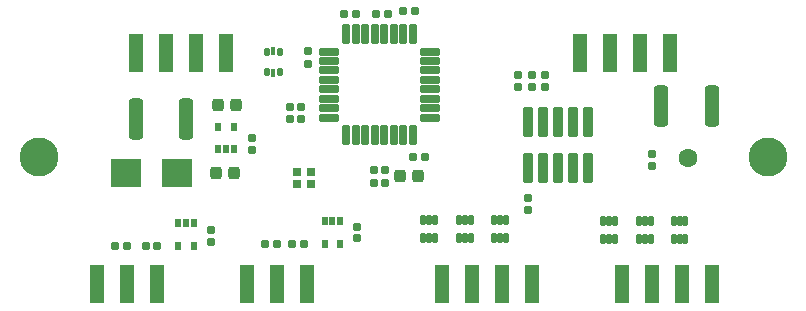
<source format=gbr>
%TF.GenerationSoftware,KiCad,Pcbnew,(6.0.6)*%
%TF.CreationDate,2022-08-13T21:50:17-05:00*%
%TF.ProjectId,usb-led-controller,7573622d-6c65-4642-9d63-6f6e74726f6c,rev?*%
%TF.SameCoordinates,Original*%
%TF.FileFunction,Soldermask,Top*%
%TF.FilePolarity,Negative*%
%FSLAX46Y46*%
G04 Gerber Fmt 4.6, Leading zero omitted, Abs format (unit mm)*
G04 Created by KiCad (PCBNEW (6.0.6)) date 2022-08-13 21:50:17*
%MOMM*%
%LPD*%
G01*
G04 APERTURE LIST*
G04 Aperture macros list*
%AMRoundRect*
0 Rectangle with rounded corners*
0 $1 Rounding radius*
0 $2 $3 $4 $5 $6 $7 $8 $9 X,Y pos of 4 corners*
0 Add a 4 corners polygon primitive as box body*
4,1,4,$2,$3,$4,$5,$6,$7,$8,$9,$2,$3,0*
0 Add four circle primitives for the rounded corners*
1,1,$1+$1,$2,$3*
1,1,$1+$1,$4,$5*
1,1,$1+$1,$6,$7*
1,1,$1+$1,$8,$9*
0 Add four rect primitives between the rounded corners*
20,1,$1+$1,$2,$3,$4,$5,0*
20,1,$1+$1,$4,$5,$6,$7,0*
20,1,$1+$1,$6,$7,$8,$9,0*
20,1,$1+$1,$8,$9,$2,$3,0*%
G04 Aperture macros list end*
%ADD10RoundRect,0.190000X0.140000X0.170000X-0.140000X0.170000X-0.140000X-0.170000X0.140000X-0.170000X0*%
%ADD11RoundRect,0.050000X-0.510000X-1.585000X0.510000X-1.585000X0.510000X1.585000X-0.510000X1.585000X0*%
%ADD12RoundRect,0.197500X-0.147500X-0.172500X0.147500X-0.172500X0.147500X0.172500X-0.147500X0.172500X0*%
%ADD13RoundRect,0.050000X-0.200000X0.325000X-0.200000X-0.325000X0.200000X-0.325000X0.200000X0.325000X0*%
%ADD14C,3.300000*%
%ADD15RoundRect,0.050000X0.187500X-0.250000X0.187500X0.250000X-0.187500X0.250000X-0.187500X-0.250000X0*%
%ADD16RoundRect,0.050000X0.150000X-0.325000X0.150000X0.325000X-0.150000X0.325000X-0.150000X-0.325000X0*%
%ADD17RoundRect,0.190000X0.170000X-0.140000X0.170000X0.140000X-0.170000X0.140000X-0.170000X-0.140000X0*%
%ADD18RoundRect,0.185000X0.135000X0.185000X-0.135000X0.185000X-0.135000X-0.185000X0.135000X-0.185000X0*%
%ADD19RoundRect,0.050000X1.250000X1.150000X-1.250000X1.150000X-1.250000X-1.150000X1.250000X-1.150000X0*%
%ADD20RoundRect,0.300000X0.312500X1.450000X-0.312500X1.450000X-0.312500X-1.450000X0.312500X-1.450000X0*%
%ADD21RoundRect,0.050000X-0.170000X0.350000X-0.170000X-0.350000X0.170000X-0.350000X0.170000X0.350000X0*%
%ADD22RoundRect,0.050000X0.510000X1.585000X-0.510000X1.585000X-0.510000X-1.585000X0.510000X-1.585000X0*%
%ADD23RoundRect,0.197500X0.172500X-0.147500X0.172500X0.147500X-0.172500X0.147500X-0.172500X-0.147500X0*%
%ADD24RoundRect,0.275000X-0.225000X-0.250000X0.225000X-0.250000X0.225000X0.250000X-0.225000X0.250000X0*%
%ADD25RoundRect,0.197500X0.147500X0.172500X-0.147500X0.172500X-0.147500X-0.172500X0.147500X-0.172500X0*%
%ADD26RoundRect,0.050000X0.800000X0.275000X-0.800000X0.275000X-0.800000X-0.275000X0.800000X-0.275000X0*%
%ADD27RoundRect,0.050000X-0.275000X0.800000X-0.275000X-0.800000X0.275000X-0.800000X0.275000X0.800000X0*%
%ADD28RoundRect,0.185000X-0.135000X-0.185000X0.135000X-0.185000X0.135000X0.185000X-0.135000X0.185000X0*%
%ADD29RoundRect,0.050000X0.200000X-0.325000X0.200000X0.325000X-0.200000X0.325000X-0.200000X-0.325000X0*%
%ADD30RoundRect,0.185000X0.185000X-0.135000X0.185000X0.135000X-0.185000X0.135000X-0.185000X-0.135000X0*%
%ADD31C,1.600000*%
%ADD32RoundRect,0.050000X-0.380000X-1.200000X0.380000X-1.200000X0.380000X1.200000X-0.380000X1.200000X0*%
%ADD33RoundRect,0.185000X-0.185000X0.135000X-0.185000X-0.135000X0.185000X-0.135000X0.185000X0.135000X0*%
G04 APERTURE END LIST*
D10*
%TO.C,C4*%
X163460000Y-115100000D03*
X162500000Y-115100000D03*
%TD*%
D11*
%TO.C,J2*%
X179990000Y-105200000D03*
X182530000Y-105200000D03*
X185070000Y-105200000D03*
X187610000Y-105200000D03*
%TD*%
D12*
%TO.C,R6*%
X155615000Y-121400000D03*
X156585000Y-121400000D03*
%TD*%
%TO.C,R7*%
X143215000Y-121600000D03*
X144185000Y-121600000D03*
%TD*%
D13*
%TO.C,U1*%
X159650000Y-119450000D03*
X159000000Y-119450000D03*
X158350000Y-119450000D03*
X158350000Y-121350000D03*
X159650000Y-121350000D03*
%TD*%
%TO.C,U2*%
X147250000Y-119650000D03*
X146600000Y-119650000D03*
X145950000Y-119650000D03*
X145950000Y-121550000D03*
X147250000Y-121550000D03*
%TD*%
D14*
%TO.C,H2*%
X195860000Y-114000000D03*
%TD*%
%TO.C,H1*%
X134140000Y-114000000D03*
%TD*%
D15*
%TO.C,U5*%
X153462500Y-106850000D03*
D16*
X154000000Y-106925000D03*
D15*
X154537500Y-106850000D03*
X154537500Y-105150000D03*
D16*
X154000000Y-105075000D03*
D15*
X153462500Y-105150000D03*
%TD*%
D17*
%TO.C,C9*%
X161100000Y-120880000D03*
X161100000Y-119920000D03*
%TD*%
%TO.C,C10*%
X148700000Y-121180000D03*
X148700000Y-120220000D03*
%TD*%
D18*
%TO.C,R10*%
X154310000Y-121400000D03*
X153290000Y-121400000D03*
%TD*%
%TO.C,R11*%
X141600000Y-121600000D03*
X140580000Y-121600000D03*
%TD*%
D11*
%TO.C,J3*%
X142390000Y-105200000D03*
X144930000Y-105200000D03*
X147470000Y-105200000D03*
X150010000Y-105200000D03*
%TD*%
D19*
%TO.C,D1*%
X145850000Y-115400000D03*
X141550000Y-115400000D03*
%TD*%
D20*
%TO.C,F1*%
X146637500Y-110800000D03*
X142362500Y-110800000D03*
%TD*%
%TO.C,F2*%
X191137500Y-109700000D03*
X186862500Y-109700000D03*
%TD*%
D21*
%TO.C,Q2*%
X188400000Y-119450000D03*
X188400000Y-120950000D03*
X188900000Y-119450000D03*
X188900000Y-120950000D03*
X187900000Y-119450000D03*
X187900000Y-120950000D03*
%TD*%
%TO.C,Q1*%
X185500000Y-120950000D03*
X185500000Y-119450000D03*
X186000000Y-119450000D03*
X186000000Y-120950000D03*
X185000000Y-119450000D03*
X185000000Y-120950000D03*
%TD*%
%TO.C,Q6*%
X167200000Y-120850000D03*
X167700000Y-119350000D03*
X167700000Y-120850000D03*
X167200000Y-119350000D03*
X166700000Y-119350000D03*
X166700000Y-120850000D03*
%TD*%
D22*
%TO.C,J4*%
X191110000Y-124800000D03*
X188570000Y-124800000D03*
X186030000Y-124800000D03*
X183490000Y-124800000D03*
%TD*%
D21*
%TO.C,Q5*%
X173200000Y-119350000D03*
X173700000Y-119350000D03*
X173200000Y-120850000D03*
X173700000Y-120850000D03*
X172700000Y-119350000D03*
X172700000Y-120850000D03*
%TD*%
D22*
%TO.C,J5*%
X175870000Y-124800000D03*
X173330000Y-124800000D03*
X170790000Y-124800000D03*
X168250000Y-124800000D03*
%TD*%
D21*
%TO.C,Q3*%
X182900000Y-120950000D03*
X182400000Y-120950000D03*
X182900000Y-119450000D03*
X182400000Y-119450000D03*
X181900000Y-119450000D03*
X181900000Y-120950000D03*
%TD*%
%TO.C,Q4*%
X170700000Y-119350000D03*
X170700000Y-120850000D03*
X170200000Y-120850000D03*
X170200000Y-119350000D03*
X169700000Y-119350000D03*
X169700000Y-120850000D03*
%TD*%
D22*
%TO.C,J7*%
X144120000Y-124800000D03*
X141580000Y-124800000D03*
X139040000Y-124800000D03*
%TD*%
%TO.C,J6*%
X156820000Y-124800000D03*
X154280000Y-124800000D03*
X151740000Y-124800000D03*
%TD*%
D23*
%TO.C,R13*%
X157200000Y-116285000D03*
X157200000Y-115315000D03*
%TD*%
%TO.C,R12*%
X156000000Y-116285000D03*
X156000000Y-115315000D03*
%TD*%
D24*
%TO.C,C1*%
X149125000Y-115400000D03*
X150675000Y-115400000D03*
%TD*%
D12*
%TO.C,R9*%
X155415000Y-110800000D03*
X156385000Y-110800000D03*
%TD*%
%TO.C,R8*%
X155415000Y-109800000D03*
X156385000Y-109800000D03*
%TD*%
D24*
%TO.C,C3*%
X164725000Y-115600000D03*
X166275000Y-115600000D03*
%TD*%
D25*
%TO.C,C6*%
X163470000Y-116200000D03*
X162500000Y-116200000D03*
%TD*%
%TO.C,C5*%
X165985000Y-101700000D03*
X165015000Y-101700000D03*
%TD*%
D26*
%TO.C,U3*%
X167250000Y-110700000D03*
X167250000Y-109900000D03*
X167250000Y-109100000D03*
X167250000Y-108300000D03*
X167250000Y-107500000D03*
X167250000Y-106700000D03*
X167250000Y-105900000D03*
X167250000Y-105100000D03*
D27*
X165800000Y-103650000D03*
X165000000Y-103650000D03*
X164200000Y-103650000D03*
X163400000Y-103650000D03*
X162600000Y-103650000D03*
X161800000Y-103650000D03*
X161000000Y-103650000D03*
X160200000Y-103650000D03*
D26*
X158750000Y-105100000D03*
X158750000Y-105900000D03*
X158750000Y-106700000D03*
X158750000Y-107500000D03*
X158750000Y-108300000D03*
X158750000Y-109100000D03*
X158750000Y-109900000D03*
X158750000Y-110700000D03*
D27*
X160200000Y-112150000D03*
X161000000Y-112150000D03*
X161800000Y-112150000D03*
X162600000Y-112150000D03*
X163400000Y-112150000D03*
X164200000Y-112150000D03*
X165000000Y-112150000D03*
X165800000Y-112150000D03*
%TD*%
D28*
%TO.C,R15*%
X159990000Y-101900000D03*
X161010000Y-101900000D03*
%TD*%
D29*
%TO.C,U4*%
X149350000Y-113350000D03*
X150000000Y-113350000D03*
X150650000Y-113350000D03*
X150650000Y-111450000D03*
X149350000Y-111450000D03*
%TD*%
D18*
%TO.C,R18*%
X166810000Y-114050000D03*
X165790000Y-114050000D03*
%TD*%
D30*
%TO.C,R16*%
X156900000Y-106110000D03*
X156900000Y-105090000D03*
%TD*%
D31*
%TO.C,TP1*%
X189100000Y-114100000D03*
%TD*%
D30*
%TO.C,R2*%
X152200000Y-113410000D03*
X152200000Y-112390000D03*
%TD*%
D32*
%TO.C,J1*%
X175560000Y-114950000D03*
X175560000Y-111050000D03*
X176830000Y-114950000D03*
X176830000Y-111050000D03*
X178100000Y-114950000D03*
X178100000Y-111050000D03*
X179370000Y-114950000D03*
X179370000Y-111050000D03*
X180640000Y-114950000D03*
X180640000Y-111050000D03*
%TD*%
D33*
%TO.C,R4*%
X174700000Y-107090000D03*
X174700000Y-108110000D03*
%TD*%
%TO.C,R1*%
X177000000Y-107090000D03*
X177000000Y-108110000D03*
%TD*%
%TO.C,R14*%
X175900000Y-107090000D03*
X175900000Y-108110000D03*
%TD*%
D28*
%TO.C,R17*%
X162690000Y-101900000D03*
X163710000Y-101900000D03*
%TD*%
D24*
%TO.C,C7*%
X149325000Y-109600000D03*
X150875000Y-109600000D03*
%TD*%
D33*
%TO.C,R3*%
X175600000Y-117490000D03*
X175600000Y-118510000D03*
%TD*%
%TO.C,R5*%
X186100000Y-113790000D03*
X186100000Y-114810000D03*
%TD*%
M02*

</source>
